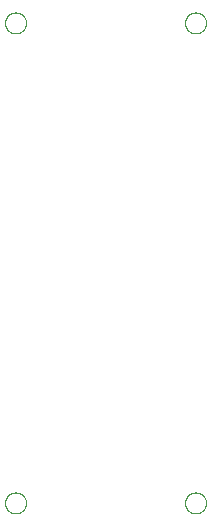
<source format=gbo>
G75*
%MOIN*%
%OFA0B0*%
%FSLAX25Y25*%
%IPPOS*%
%LPD*%
%AMOC8*
5,1,8,0,0,1.08239X$1,22.5*
%
%ADD10C,0.00000*%
D10*
X0045667Y0037600D02*
X0045669Y0037718D01*
X0045675Y0037836D01*
X0045685Y0037954D01*
X0045699Y0038071D01*
X0045717Y0038188D01*
X0045739Y0038305D01*
X0045764Y0038420D01*
X0045794Y0038534D01*
X0045828Y0038648D01*
X0045865Y0038760D01*
X0045906Y0038871D01*
X0045951Y0038980D01*
X0045999Y0039088D01*
X0046051Y0039194D01*
X0046107Y0039299D01*
X0046166Y0039401D01*
X0046228Y0039501D01*
X0046294Y0039599D01*
X0046363Y0039695D01*
X0046436Y0039789D01*
X0046511Y0039880D01*
X0046590Y0039968D01*
X0046671Y0040054D01*
X0046756Y0040137D01*
X0046843Y0040217D01*
X0046932Y0040294D01*
X0047025Y0040368D01*
X0047119Y0040438D01*
X0047216Y0040506D01*
X0047316Y0040570D01*
X0047417Y0040631D01*
X0047520Y0040688D01*
X0047626Y0040742D01*
X0047733Y0040793D01*
X0047841Y0040839D01*
X0047951Y0040882D01*
X0048063Y0040921D01*
X0048176Y0040957D01*
X0048290Y0040988D01*
X0048405Y0041016D01*
X0048520Y0041040D01*
X0048637Y0041060D01*
X0048754Y0041076D01*
X0048872Y0041088D01*
X0048990Y0041096D01*
X0049108Y0041100D01*
X0049226Y0041100D01*
X0049344Y0041096D01*
X0049462Y0041088D01*
X0049580Y0041076D01*
X0049697Y0041060D01*
X0049814Y0041040D01*
X0049929Y0041016D01*
X0050044Y0040988D01*
X0050158Y0040957D01*
X0050271Y0040921D01*
X0050383Y0040882D01*
X0050493Y0040839D01*
X0050601Y0040793D01*
X0050708Y0040742D01*
X0050814Y0040688D01*
X0050917Y0040631D01*
X0051018Y0040570D01*
X0051118Y0040506D01*
X0051215Y0040438D01*
X0051309Y0040368D01*
X0051402Y0040294D01*
X0051491Y0040217D01*
X0051578Y0040137D01*
X0051663Y0040054D01*
X0051744Y0039968D01*
X0051823Y0039880D01*
X0051898Y0039789D01*
X0051971Y0039695D01*
X0052040Y0039599D01*
X0052106Y0039501D01*
X0052168Y0039401D01*
X0052227Y0039299D01*
X0052283Y0039194D01*
X0052335Y0039088D01*
X0052383Y0038980D01*
X0052428Y0038871D01*
X0052469Y0038760D01*
X0052506Y0038648D01*
X0052540Y0038534D01*
X0052570Y0038420D01*
X0052595Y0038305D01*
X0052617Y0038188D01*
X0052635Y0038071D01*
X0052649Y0037954D01*
X0052659Y0037836D01*
X0052665Y0037718D01*
X0052667Y0037600D01*
X0052665Y0037482D01*
X0052659Y0037364D01*
X0052649Y0037246D01*
X0052635Y0037129D01*
X0052617Y0037012D01*
X0052595Y0036895D01*
X0052570Y0036780D01*
X0052540Y0036666D01*
X0052506Y0036552D01*
X0052469Y0036440D01*
X0052428Y0036329D01*
X0052383Y0036220D01*
X0052335Y0036112D01*
X0052283Y0036006D01*
X0052227Y0035901D01*
X0052168Y0035799D01*
X0052106Y0035699D01*
X0052040Y0035601D01*
X0051971Y0035505D01*
X0051898Y0035411D01*
X0051823Y0035320D01*
X0051744Y0035232D01*
X0051663Y0035146D01*
X0051578Y0035063D01*
X0051491Y0034983D01*
X0051402Y0034906D01*
X0051309Y0034832D01*
X0051215Y0034762D01*
X0051118Y0034694D01*
X0051018Y0034630D01*
X0050917Y0034569D01*
X0050814Y0034512D01*
X0050708Y0034458D01*
X0050601Y0034407D01*
X0050493Y0034361D01*
X0050383Y0034318D01*
X0050271Y0034279D01*
X0050158Y0034243D01*
X0050044Y0034212D01*
X0049929Y0034184D01*
X0049814Y0034160D01*
X0049697Y0034140D01*
X0049580Y0034124D01*
X0049462Y0034112D01*
X0049344Y0034104D01*
X0049226Y0034100D01*
X0049108Y0034100D01*
X0048990Y0034104D01*
X0048872Y0034112D01*
X0048754Y0034124D01*
X0048637Y0034140D01*
X0048520Y0034160D01*
X0048405Y0034184D01*
X0048290Y0034212D01*
X0048176Y0034243D01*
X0048063Y0034279D01*
X0047951Y0034318D01*
X0047841Y0034361D01*
X0047733Y0034407D01*
X0047626Y0034458D01*
X0047520Y0034512D01*
X0047417Y0034569D01*
X0047316Y0034630D01*
X0047216Y0034694D01*
X0047119Y0034762D01*
X0047025Y0034832D01*
X0046932Y0034906D01*
X0046843Y0034983D01*
X0046756Y0035063D01*
X0046671Y0035146D01*
X0046590Y0035232D01*
X0046511Y0035320D01*
X0046436Y0035411D01*
X0046363Y0035505D01*
X0046294Y0035601D01*
X0046228Y0035699D01*
X0046166Y0035799D01*
X0046107Y0035901D01*
X0046051Y0036006D01*
X0045999Y0036112D01*
X0045951Y0036220D01*
X0045906Y0036329D01*
X0045865Y0036440D01*
X0045828Y0036552D01*
X0045794Y0036666D01*
X0045764Y0036780D01*
X0045739Y0036895D01*
X0045717Y0037012D01*
X0045699Y0037129D01*
X0045685Y0037246D01*
X0045675Y0037364D01*
X0045669Y0037482D01*
X0045667Y0037600D01*
X0105667Y0037600D02*
X0105669Y0037718D01*
X0105675Y0037836D01*
X0105685Y0037954D01*
X0105699Y0038071D01*
X0105717Y0038188D01*
X0105739Y0038305D01*
X0105764Y0038420D01*
X0105794Y0038534D01*
X0105828Y0038648D01*
X0105865Y0038760D01*
X0105906Y0038871D01*
X0105951Y0038980D01*
X0105999Y0039088D01*
X0106051Y0039194D01*
X0106107Y0039299D01*
X0106166Y0039401D01*
X0106228Y0039501D01*
X0106294Y0039599D01*
X0106363Y0039695D01*
X0106436Y0039789D01*
X0106511Y0039880D01*
X0106590Y0039968D01*
X0106671Y0040054D01*
X0106756Y0040137D01*
X0106843Y0040217D01*
X0106932Y0040294D01*
X0107025Y0040368D01*
X0107119Y0040438D01*
X0107216Y0040506D01*
X0107316Y0040570D01*
X0107417Y0040631D01*
X0107520Y0040688D01*
X0107626Y0040742D01*
X0107733Y0040793D01*
X0107841Y0040839D01*
X0107951Y0040882D01*
X0108063Y0040921D01*
X0108176Y0040957D01*
X0108290Y0040988D01*
X0108405Y0041016D01*
X0108520Y0041040D01*
X0108637Y0041060D01*
X0108754Y0041076D01*
X0108872Y0041088D01*
X0108990Y0041096D01*
X0109108Y0041100D01*
X0109226Y0041100D01*
X0109344Y0041096D01*
X0109462Y0041088D01*
X0109580Y0041076D01*
X0109697Y0041060D01*
X0109814Y0041040D01*
X0109929Y0041016D01*
X0110044Y0040988D01*
X0110158Y0040957D01*
X0110271Y0040921D01*
X0110383Y0040882D01*
X0110493Y0040839D01*
X0110601Y0040793D01*
X0110708Y0040742D01*
X0110814Y0040688D01*
X0110917Y0040631D01*
X0111018Y0040570D01*
X0111118Y0040506D01*
X0111215Y0040438D01*
X0111309Y0040368D01*
X0111402Y0040294D01*
X0111491Y0040217D01*
X0111578Y0040137D01*
X0111663Y0040054D01*
X0111744Y0039968D01*
X0111823Y0039880D01*
X0111898Y0039789D01*
X0111971Y0039695D01*
X0112040Y0039599D01*
X0112106Y0039501D01*
X0112168Y0039401D01*
X0112227Y0039299D01*
X0112283Y0039194D01*
X0112335Y0039088D01*
X0112383Y0038980D01*
X0112428Y0038871D01*
X0112469Y0038760D01*
X0112506Y0038648D01*
X0112540Y0038534D01*
X0112570Y0038420D01*
X0112595Y0038305D01*
X0112617Y0038188D01*
X0112635Y0038071D01*
X0112649Y0037954D01*
X0112659Y0037836D01*
X0112665Y0037718D01*
X0112667Y0037600D01*
X0112665Y0037482D01*
X0112659Y0037364D01*
X0112649Y0037246D01*
X0112635Y0037129D01*
X0112617Y0037012D01*
X0112595Y0036895D01*
X0112570Y0036780D01*
X0112540Y0036666D01*
X0112506Y0036552D01*
X0112469Y0036440D01*
X0112428Y0036329D01*
X0112383Y0036220D01*
X0112335Y0036112D01*
X0112283Y0036006D01*
X0112227Y0035901D01*
X0112168Y0035799D01*
X0112106Y0035699D01*
X0112040Y0035601D01*
X0111971Y0035505D01*
X0111898Y0035411D01*
X0111823Y0035320D01*
X0111744Y0035232D01*
X0111663Y0035146D01*
X0111578Y0035063D01*
X0111491Y0034983D01*
X0111402Y0034906D01*
X0111309Y0034832D01*
X0111215Y0034762D01*
X0111118Y0034694D01*
X0111018Y0034630D01*
X0110917Y0034569D01*
X0110814Y0034512D01*
X0110708Y0034458D01*
X0110601Y0034407D01*
X0110493Y0034361D01*
X0110383Y0034318D01*
X0110271Y0034279D01*
X0110158Y0034243D01*
X0110044Y0034212D01*
X0109929Y0034184D01*
X0109814Y0034160D01*
X0109697Y0034140D01*
X0109580Y0034124D01*
X0109462Y0034112D01*
X0109344Y0034104D01*
X0109226Y0034100D01*
X0109108Y0034100D01*
X0108990Y0034104D01*
X0108872Y0034112D01*
X0108754Y0034124D01*
X0108637Y0034140D01*
X0108520Y0034160D01*
X0108405Y0034184D01*
X0108290Y0034212D01*
X0108176Y0034243D01*
X0108063Y0034279D01*
X0107951Y0034318D01*
X0107841Y0034361D01*
X0107733Y0034407D01*
X0107626Y0034458D01*
X0107520Y0034512D01*
X0107417Y0034569D01*
X0107316Y0034630D01*
X0107216Y0034694D01*
X0107119Y0034762D01*
X0107025Y0034832D01*
X0106932Y0034906D01*
X0106843Y0034983D01*
X0106756Y0035063D01*
X0106671Y0035146D01*
X0106590Y0035232D01*
X0106511Y0035320D01*
X0106436Y0035411D01*
X0106363Y0035505D01*
X0106294Y0035601D01*
X0106228Y0035699D01*
X0106166Y0035799D01*
X0106107Y0035901D01*
X0106051Y0036006D01*
X0105999Y0036112D01*
X0105951Y0036220D01*
X0105906Y0036329D01*
X0105865Y0036440D01*
X0105828Y0036552D01*
X0105794Y0036666D01*
X0105764Y0036780D01*
X0105739Y0036895D01*
X0105717Y0037012D01*
X0105699Y0037129D01*
X0105685Y0037246D01*
X0105675Y0037364D01*
X0105669Y0037482D01*
X0105667Y0037600D01*
X0105667Y0197600D02*
X0105669Y0197718D01*
X0105675Y0197836D01*
X0105685Y0197954D01*
X0105699Y0198071D01*
X0105717Y0198188D01*
X0105739Y0198305D01*
X0105764Y0198420D01*
X0105794Y0198534D01*
X0105828Y0198648D01*
X0105865Y0198760D01*
X0105906Y0198871D01*
X0105951Y0198980D01*
X0105999Y0199088D01*
X0106051Y0199194D01*
X0106107Y0199299D01*
X0106166Y0199401D01*
X0106228Y0199501D01*
X0106294Y0199599D01*
X0106363Y0199695D01*
X0106436Y0199789D01*
X0106511Y0199880D01*
X0106590Y0199968D01*
X0106671Y0200054D01*
X0106756Y0200137D01*
X0106843Y0200217D01*
X0106932Y0200294D01*
X0107025Y0200368D01*
X0107119Y0200438D01*
X0107216Y0200506D01*
X0107316Y0200570D01*
X0107417Y0200631D01*
X0107520Y0200688D01*
X0107626Y0200742D01*
X0107733Y0200793D01*
X0107841Y0200839D01*
X0107951Y0200882D01*
X0108063Y0200921D01*
X0108176Y0200957D01*
X0108290Y0200988D01*
X0108405Y0201016D01*
X0108520Y0201040D01*
X0108637Y0201060D01*
X0108754Y0201076D01*
X0108872Y0201088D01*
X0108990Y0201096D01*
X0109108Y0201100D01*
X0109226Y0201100D01*
X0109344Y0201096D01*
X0109462Y0201088D01*
X0109580Y0201076D01*
X0109697Y0201060D01*
X0109814Y0201040D01*
X0109929Y0201016D01*
X0110044Y0200988D01*
X0110158Y0200957D01*
X0110271Y0200921D01*
X0110383Y0200882D01*
X0110493Y0200839D01*
X0110601Y0200793D01*
X0110708Y0200742D01*
X0110814Y0200688D01*
X0110917Y0200631D01*
X0111018Y0200570D01*
X0111118Y0200506D01*
X0111215Y0200438D01*
X0111309Y0200368D01*
X0111402Y0200294D01*
X0111491Y0200217D01*
X0111578Y0200137D01*
X0111663Y0200054D01*
X0111744Y0199968D01*
X0111823Y0199880D01*
X0111898Y0199789D01*
X0111971Y0199695D01*
X0112040Y0199599D01*
X0112106Y0199501D01*
X0112168Y0199401D01*
X0112227Y0199299D01*
X0112283Y0199194D01*
X0112335Y0199088D01*
X0112383Y0198980D01*
X0112428Y0198871D01*
X0112469Y0198760D01*
X0112506Y0198648D01*
X0112540Y0198534D01*
X0112570Y0198420D01*
X0112595Y0198305D01*
X0112617Y0198188D01*
X0112635Y0198071D01*
X0112649Y0197954D01*
X0112659Y0197836D01*
X0112665Y0197718D01*
X0112667Y0197600D01*
X0112665Y0197482D01*
X0112659Y0197364D01*
X0112649Y0197246D01*
X0112635Y0197129D01*
X0112617Y0197012D01*
X0112595Y0196895D01*
X0112570Y0196780D01*
X0112540Y0196666D01*
X0112506Y0196552D01*
X0112469Y0196440D01*
X0112428Y0196329D01*
X0112383Y0196220D01*
X0112335Y0196112D01*
X0112283Y0196006D01*
X0112227Y0195901D01*
X0112168Y0195799D01*
X0112106Y0195699D01*
X0112040Y0195601D01*
X0111971Y0195505D01*
X0111898Y0195411D01*
X0111823Y0195320D01*
X0111744Y0195232D01*
X0111663Y0195146D01*
X0111578Y0195063D01*
X0111491Y0194983D01*
X0111402Y0194906D01*
X0111309Y0194832D01*
X0111215Y0194762D01*
X0111118Y0194694D01*
X0111018Y0194630D01*
X0110917Y0194569D01*
X0110814Y0194512D01*
X0110708Y0194458D01*
X0110601Y0194407D01*
X0110493Y0194361D01*
X0110383Y0194318D01*
X0110271Y0194279D01*
X0110158Y0194243D01*
X0110044Y0194212D01*
X0109929Y0194184D01*
X0109814Y0194160D01*
X0109697Y0194140D01*
X0109580Y0194124D01*
X0109462Y0194112D01*
X0109344Y0194104D01*
X0109226Y0194100D01*
X0109108Y0194100D01*
X0108990Y0194104D01*
X0108872Y0194112D01*
X0108754Y0194124D01*
X0108637Y0194140D01*
X0108520Y0194160D01*
X0108405Y0194184D01*
X0108290Y0194212D01*
X0108176Y0194243D01*
X0108063Y0194279D01*
X0107951Y0194318D01*
X0107841Y0194361D01*
X0107733Y0194407D01*
X0107626Y0194458D01*
X0107520Y0194512D01*
X0107417Y0194569D01*
X0107316Y0194630D01*
X0107216Y0194694D01*
X0107119Y0194762D01*
X0107025Y0194832D01*
X0106932Y0194906D01*
X0106843Y0194983D01*
X0106756Y0195063D01*
X0106671Y0195146D01*
X0106590Y0195232D01*
X0106511Y0195320D01*
X0106436Y0195411D01*
X0106363Y0195505D01*
X0106294Y0195601D01*
X0106228Y0195699D01*
X0106166Y0195799D01*
X0106107Y0195901D01*
X0106051Y0196006D01*
X0105999Y0196112D01*
X0105951Y0196220D01*
X0105906Y0196329D01*
X0105865Y0196440D01*
X0105828Y0196552D01*
X0105794Y0196666D01*
X0105764Y0196780D01*
X0105739Y0196895D01*
X0105717Y0197012D01*
X0105699Y0197129D01*
X0105685Y0197246D01*
X0105675Y0197364D01*
X0105669Y0197482D01*
X0105667Y0197600D01*
X0045667Y0197600D02*
X0045669Y0197718D01*
X0045675Y0197836D01*
X0045685Y0197954D01*
X0045699Y0198071D01*
X0045717Y0198188D01*
X0045739Y0198305D01*
X0045764Y0198420D01*
X0045794Y0198534D01*
X0045828Y0198648D01*
X0045865Y0198760D01*
X0045906Y0198871D01*
X0045951Y0198980D01*
X0045999Y0199088D01*
X0046051Y0199194D01*
X0046107Y0199299D01*
X0046166Y0199401D01*
X0046228Y0199501D01*
X0046294Y0199599D01*
X0046363Y0199695D01*
X0046436Y0199789D01*
X0046511Y0199880D01*
X0046590Y0199968D01*
X0046671Y0200054D01*
X0046756Y0200137D01*
X0046843Y0200217D01*
X0046932Y0200294D01*
X0047025Y0200368D01*
X0047119Y0200438D01*
X0047216Y0200506D01*
X0047316Y0200570D01*
X0047417Y0200631D01*
X0047520Y0200688D01*
X0047626Y0200742D01*
X0047733Y0200793D01*
X0047841Y0200839D01*
X0047951Y0200882D01*
X0048063Y0200921D01*
X0048176Y0200957D01*
X0048290Y0200988D01*
X0048405Y0201016D01*
X0048520Y0201040D01*
X0048637Y0201060D01*
X0048754Y0201076D01*
X0048872Y0201088D01*
X0048990Y0201096D01*
X0049108Y0201100D01*
X0049226Y0201100D01*
X0049344Y0201096D01*
X0049462Y0201088D01*
X0049580Y0201076D01*
X0049697Y0201060D01*
X0049814Y0201040D01*
X0049929Y0201016D01*
X0050044Y0200988D01*
X0050158Y0200957D01*
X0050271Y0200921D01*
X0050383Y0200882D01*
X0050493Y0200839D01*
X0050601Y0200793D01*
X0050708Y0200742D01*
X0050814Y0200688D01*
X0050917Y0200631D01*
X0051018Y0200570D01*
X0051118Y0200506D01*
X0051215Y0200438D01*
X0051309Y0200368D01*
X0051402Y0200294D01*
X0051491Y0200217D01*
X0051578Y0200137D01*
X0051663Y0200054D01*
X0051744Y0199968D01*
X0051823Y0199880D01*
X0051898Y0199789D01*
X0051971Y0199695D01*
X0052040Y0199599D01*
X0052106Y0199501D01*
X0052168Y0199401D01*
X0052227Y0199299D01*
X0052283Y0199194D01*
X0052335Y0199088D01*
X0052383Y0198980D01*
X0052428Y0198871D01*
X0052469Y0198760D01*
X0052506Y0198648D01*
X0052540Y0198534D01*
X0052570Y0198420D01*
X0052595Y0198305D01*
X0052617Y0198188D01*
X0052635Y0198071D01*
X0052649Y0197954D01*
X0052659Y0197836D01*
X0052665Y0197718D01*
X0052667Y0197600D01*
X0052665Y0197482D01*
X0052659Y0197364D01*
X0052649Y0197246D01*
X0052635Y0197129D01*
X0052617Y0197012D01*
X0052595Y0196895D01*
X0052570Y0196780D01*
X0052540Y0196666D01*
X0052506Y0196552D01*
X0052469Y0196440D01*
X0052428Y0196329D01*
X0052383Y0196220D01*
X0052335Y0196112D01*
X0052283Y0196006D01*
X0052227Y0195901D01*
X0052168Y0195799D01*
X0052106Y0195699D01*
X0052040Y0195601D01*
X0051971Y0195505D01*
X0051898Y0195411D01*
X0051823Y0195320D01*
X0051744Y0195232D01*
X0051663Y0195146D01*
X0051578Y0195063D01*
X0051491Y0194983D01*
X0051402Y0194906D01*
X0051309Y0194832D01*
X0051215Y0194762D01*
X0051118Y0194694D01*
X0051018Y0194630D01*
X0050917Y0194569D01*
X0050814Y0194512D01*
X0050708Y0194458D01*
X0050601Y0194407D01*
X0050493Y0194361D01*
X0050383Y0194318D01*
X0050271Y0194279D01*
X0050158Y0194243D01*
X0050044Y0194212D01*
X0049929Y0194184D01*
X0049814Y0194160D01*
X0049697Y0194140D01*
X0049580Y0194124D01*
X0049462Y0194112D01*
X0049344Y0194104D01*
X0049226Y0194100D01*
X0049108Y0194100D01*
X0048990Y0194104D01*
X0048872Y0194112D01*
X0048754Y0194124D01*
X0048637Y0194140D01*
X0048520Y0194160D01*
X0048405Y0194184D01*
X0048290Y0194212D01*
X0048176Y0194243D01*
X0048063Y0194279D01*
X0047951Y0194318D01*
X0047841Y0194361D01*
X0047733Y0194407D01*
X0047626Y0194458D01*
X0047520Y0194512D01*
X0047417Y0194569D01*
X0047316Y0194630D01*
X0047216Y0194694D01*
X0047119Y0194762D01*
X0047025Y0194832D01*
X0046932Y0194906D01*
X0046843Y0194983D01*
X0046756Y0195063D01*
X0046671Y0195146D01*
X0046590Y0195232D01*
X0046511Y0195320D01*
X0046436Y0195411D01*
X0046363Y0195505D01*
X0046294Y0195601D01*
X0046228Y0195699D01*
X0046166Y0195799D01*
X0046107Y0195901D01*
X0046051Y0196006D01*
X0045999Y0196112D01*
X0045951Y0196220D01*
X0045906Y0196329D01*
X0045865Y0196440D01*
X0045828Y0196552D01*
X0045794Y0196666D01*
X0045764Y0196780D01*
X0045739Y0196895D01*
X0045717Y0197012D01*
X0045699Y0197129D01*
X0045685Y0197246D01*
X0045675Y0197364D01*
X0045669Y0197482D01*
X0045667Y0197600D01*
M02*

</source>
